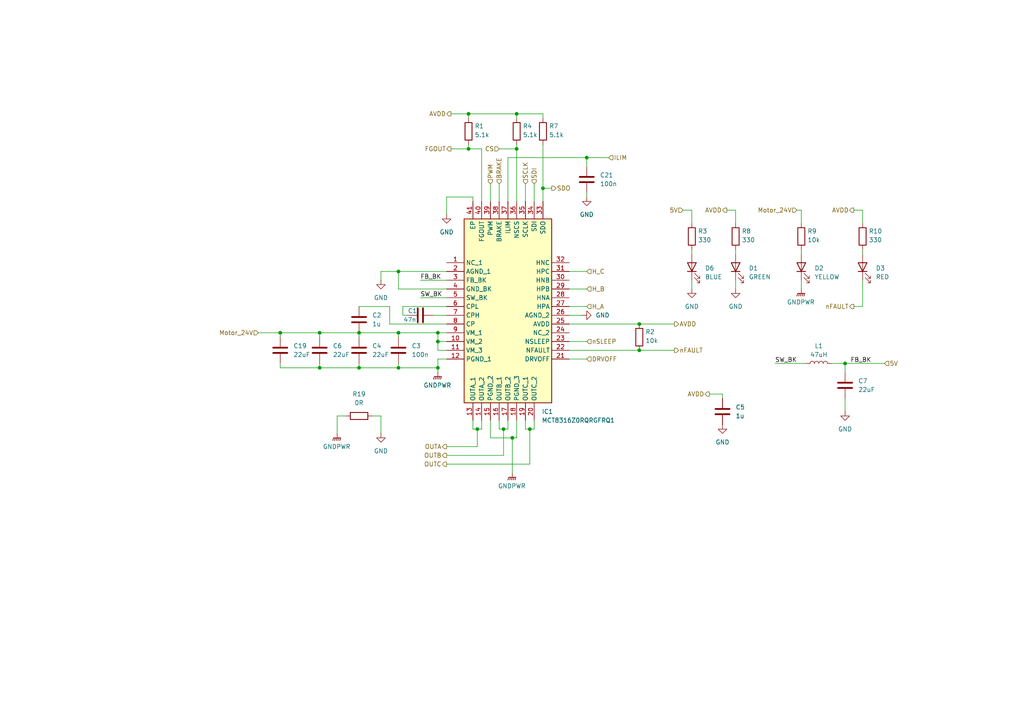
<source format=kicad_sch>
(kicad_sch (version 20231120) (generator "eeschema") (generator_version "8.0")
  (paper "A4")
  (lib_symbols
    (symbol "Device:C" (pin_numbers hide) (pin_names (offset 0.254))
      (property "Reference" "C" (at 0.635 2.54 0))
      (property "Value" "C" (at 0.635 -2.54 0))
      (symbol "C_0_1"
        (polyline (pts (xy -2.032 -0.762) (xy 2.032 -0.762)) (stroke (width 0.508)))
        (polyline (pts (xy -2.032 0.762) (xy 2.032 0.762)) (stroke (width 0.508)))
      )
      (symbol "C_1_1"
        (pin passive line (at 0 3.81 270) (length 2.794) (name "~") (number "1"))
        (pin passive line (at 0 -3.81 90) (length 2.794) (name "~") (number "2"))
      )
    )
    (symbol "Device:L" (pin_numbers hide) (pin_names (offset 1.016) hide)
      (property "Reference" "L" (at -1.27 0 90))
      (property "Value" "L" (at 1.905 0 90))
      (symbol "L_0_1"
        (arc (start 0 -2.54) (mid 0.6323 -1.905) (end 0 -1.27))
        (arc (start 0 -1.27) (mid 0.6323 -0.635) (end 0 0))
        (arc (start 0 0) (mid 0.6323 0.635) (end 0 1.27))
        (arc (start 0 1.27) (mid 0.6323 1.905) (end 0 2.54))
      )
      (symbol "L_1_1"
        (pin passive line (at 0 3.81 270) (length 1.27) (name "1") (number "1"))
        (pin passive line (at 0 -3.81 90) (length 1.27) (name "2") (number "2"))
      )
    )
    (symbol "Device:LED" (pin_numbers hide) (pin_names (offset 1.016) hide)
      (property "Reference" "D" (at 0 2.54 0))
      (property "Value" "LED" (at 0 -2.54 0))
      (symbol "LED_0_1"
        (polyline (pts (xy -1.27 -1.27) (xy -1.27 1.27)) (stroke (width 0.254)))
        (polyline (pts (xy -1.27 0) (xy 1.27 0)))
        (polyline (pts (xy 1.27 -1.27) (xy 1.27 1.27) (xy -1.27 0) (xy 1.27 -1.27)) (stroke (width 0.254)))
        (polyline (pts (xy -3.048 -0.762) (xy -4.572 -2.286) (xy -3.81 -2.286) (xy -4.572 -2.286) (xy -4.572 -1.524)))
        (polyline (pts (xy -1.778 -0.762) (xy -3.302 -2.286) (xy -2.54 -2.286) (xy -3.302 -2.286) (xy -3.302 -1.524)))
      )
      (symbol "LED_1_1"
        (pin passive line (at -3.81 0 0) (length 2.54) (name "K") (number "1"))
        (pin passive line (at 3.81 0 180) (length 2.54) (name "A") (number "2"))
      )
    )
    (symbol "Device:R" (pin_numbers hide) (pin_names (offset 0))
      (property "Reference" "R" (at 2.032 0 90))
      (property "Value" "R" (at 0 0 90))
      (symbol "R_0_1"
        (rectangle (start -1.016 -2.54) (end 1.016 2.54) (stroke (width 0.254)))
      )
      (symbol "R_1_1"
        (pin passive line (at 0 3.81 270) (length 1.27) (name "~") (number "1"))
        (pin passive line (at 0 -3.81 90) (length 1.27) (name "~") (number "2"))
      )
    )
    (symbol "RW_Imports:MCT8316Z0RQRGFRQ1"
      (property "Reference" "IC" (at 31.75 17.78 0))
      (property "Value" "MCT8316Z0RQRGFRQ1" (at 31.75 15.24 0))
      (symbol "MCT8316Z0RQRGFRQ1_1_1"
        (rectangle (start 5.08 12.7) (end 30.48 -40.64) (stroke (width 0.254)) (fill (type background)))
        (pin passive line (at 0 0 0) (length 5.08) (name "NC_1") (number "1"))
        (pin passive line (at 0 -22.86 0) (length 5.08) (name "VM_2") (number "10"))
        (pin passive line (at 0 -25.4 0) (length 5.08) (name "VM_3") (number "11"))
        (pin passive line (at 0 -27.94 0) (length 5.08) (name "PGND_1") (number "12"))
        (pin passive line (at 7.62 -45.72 90) (length 5.08) (name "OUTA_1") (number "13"))
        (pin passive line (at 10.16 -45.72 90) (length 5.08) (name "OUTA_2") (number "14"))
        (pin passive line (at 12.7 -45.72 90) (length 5.08) (name "PGND_2") (number "15"))
        (pin passive line (at 15.24 -45.72 90) (length 5.08) (name "OUTB_1") (number "16"))
        (pin passive line (at 17.78 -45.72 90) (length 5.08) (name "OUTB_2") (number "17"))
        (pin passive line (at 20.32 -45.72 90) (length 5.08) (name "PGND_3") (number "18"))
        (pin passive line (at 22.86 -45.72 90) (length 5.08) (name "OUTC_1") (number "19"))
        (pin passive line (at 0 -2.54 0) (length 5.08) (name "AGND_1") (number "2"))
        (pin passive line (at 25.4 -45.72 90) (length 5.08) (name "OUTC_2") (number "20"))
        (pin passive line (at 35.56 -27.94 180) (length 5.08) (name "DRVOFF") (number "21"))
        (pin passive line (at 35.56 -25.4 180) (length 5.08) (name "NFAULT") (number "22"))
        (pin passive line (at 35.56 -22.86 180) (length 5.08) (name "NSLEEP") (number "23"))
        (pin passive line (at 35.56 -20.32 180) (length 5.08) (name "NC_2") (number "24"))
        (pin passive line (at 35.56 -17.78 180) (length 5.08) (name "AVDD") (number "25"))
        (pin passive line (at 35.56 -15.24 180) (length 5.08) (name "AGND_2") (number "26"))
        (pin passive line (at 35.56 -12.7 180) (length 5.08) (name "HPA") (number "27"))
        (pin passive line (at 35.56 -10.16 180) (length 5.08) (name "HNA") (number "28"))
        (pin passive line (at 35.56 -7.62 180) (length 5.08) (name "HPB") (number "29"))
        (pin passive line (at 0 -5.08 0) (length 5.08) (name "FB_BK") (number "3"))
        (pin passive line (at 35.56 -5.08 180) (length 5.08) (name "HNB") (number "30"))
        (pin passive line (at 35.56 -2.54 180) (length 5.08) (name "HPC") (number "31"))
        (pin passive line (at 35.56 0 180) (length 5.08) (name "HNC") (number "32"))
        (pin passive line (at 27.94 17.78 270) (length 5.08) (name "SDO") (number "33"))
        (pin passive line (at 25.4 17.78 270) (length 5.08) (name "SDI") (number "34"))
        (pin passive line (at 22.86 17.78 270) (length 5.08) (name "SCLK") (number "35"))
        (pin passive line (at 20.32 17.78 270) (length 5.08) (name "NSCS") (number "36"))
        (pin passive line (at 17.78 17.78 270) (length 5.08) (name "ILIM") (number "37"))
        (pin passive line (at 15.24 17.78 270) (length 5.08) (name "BRAKE") (number "38"))
        (pin passive line (at 12.7 17.78 270) (length 5.08) (name "PWM") (number "39"))
        (pin passive line (at 0 -7.62 0) (length 5.08) (name "GND_BK") (number "4"))
        (pin passive line (at 10.16 17.78 270) (length 5.08) (name "FGOUT") (number "40"))
        (pin passive line (at 7.62 17.78 270) (length 5.08) (name "EP") (number "41"))
        (pin passive line (at 0 -10.16 0) (length 5.08) (name "SW_BK") (number "5"))
        (pin passive line (at 0 -12.7 0) (length 5.08) (name "CPL") (number "6"))
        (pin passive line (at 0 -15.24 0) (length 5.08) (name "CPH") (number "7"))
        (pin passive line (at 0 -17.78 0) (length 5.08) (name "CP") (number "8"))
        (pin passive line (at 0 -20.32 0) (length 5.08) (name "VM_1") (number "9"))
      )
    )
    (symbol "power:GND" (power) (pin_numbers hide) (pin_names (offset 0) hide)
      (property "Value" "GND" (at 0 -3.81 0))
      (symbol "GND_0_1"
        (polyline (pts (xy 0 0) (xy 0 -1.27) (xy 1.27 -1.27) (xy 0 -2.54) (xy -1.27 -1.27) (xy 0 -1.27)))
      )
      (symbol "GND_1_1"
        (pin power_in line (at 0 0 270) (length 0) (name "~") (number "1"))
      )
    )
    (symbol "power:GNDPWR" (power) (pin_numbers hide) (pin_names (offset 0) hide)
      (property "Value" "GNDPWR" (at 0 -3.302 0))
      (symbol "GNDPWR_0_1"
        (polyline (pts (xy 0 -1.27) (xy 0 0)))
        (polyline (pts (xy -1.016 -1.27) (xy -1.27 -2.032) (xy -1.27 -2.032)) (stroke (width 0.2032)))
        (polyline (pts (xy -0.508 -1.27) (xy -0.762 -2.032) (xy -0.762 -2.032)) (stroke (width 0.2032)))
        (polyline (pts (xy 0 -1.27) (xy -0.254 -2.032) (xy -0.254 -2.032)) (stroke (width 0.2032)))
        (polyline (pts (xy 0.508 -1.27) (xy 0.254 -2.032) (xy 0.254 -2.032)) (stroke (width 0.2032)))
        (polyline (pts (xy 1.016 -1.27) (xy -1.016 -1.27) (xy -1.016 -1.27)) (stroke (width 0.2032)))
        (polyline (pts (xy 1.016 -1.27) (xy 0.762 -2.032) (xy 0.762 -2.032) (xy 0.762 -2.032)) (stroke (width 0.2032)))
      )
      (symbol "GNDPWR_1_1"
        (pin power_in line (at 0 0 270) (length 0) (name "~") (number "1"))
      )
    )
  )
  (junction (at 135.89 43.18))
  (junction (at 185.42 101.6))
  (junction (at 115.57 78.74))
  (junction (at 104.14 106.68))
  (junction (at 92.71 96.52))
  (junction (at 115.57 96.52))
  (junction (at 149.86 33.02))
  (junction (at 92.71 106.68))
  (junction (at 127 96.52))
  (junction (at 115.57 106.68))
  (junction (at 104.14 96.52))
  (junction (at 127 106.68))
  (junction (at 135.89 33.02))
  (junction (at 157.48 54.61))
  (junction (at 149.86 43.18))
  (junction (at 185.42 93.98))
  (junction (at 148.59 127))
  (junction (at 153.67 124.46))
  (junction (at 146.05 124.46))
  (junction (at 127 99.06))
  (junction (at 170.18 45.72))
  (junction (at 81.28 96.52))
  (junction (at 245.11 105.41))
  (junction (at 138.43 124.46))
  (wire (pts (xy 135.89 41.91) (xy 135.89 43.18)))
  (wire (pts (xy 154.94 53.34) (xy 154.94 58.42)))
  (wire (pts (xy 165.1 83.82) (xy 170.18 83.82)))
  (wire (pts (xy 170.18 45.72) (xy 170.18 48.26)))
  (wire (pts (xy 149.86 33.02) (xy 135.89 33.02)))
  (wire (pts (xy 137.16 57.15) (xy 129.54 57.15)))
  (wire (pts (xy 115.57 105.41) (xy 115.57 106.68)))
  (wire (pts (xy 127 101.6) (xy 127 99.06)))
  (wire (pts (xy 115.57 83.82) (xy 129.54 83.82)))
  (wire (pts (xy 205.74 114.3) (xy 209.55 114.3)))
  (wire (pts (xy 135.89 43.18) (xy 139.7 43.18)))
  (wire (pts (xy 147.32 45.72) (xy 147.32 58.42)))
  (wire (pts (xy 92.71 106.68) (xy 104.14 106.68)))
  (wire (pts (xy 149.86 121.92) (xy 149.86 127)))
  (wire (pts (xy 74.93 96.52) (xy 81.28 96.52)))
  (wire (pts (xy 209.55 114.3) (xy 209.55 115.57)))
  (wire (pts (xy 245.11 115.57) (xy 245.11 119.38)))
  (wire (pts (xy 129.54 99.06) (xy 127 99.06)))
  (wire (pts (xy 129.54 129.54) (xy 138.43 129.54)))
  (wire (pts (xy 139.7 124.46) (xy 138.43 124.46)))
  (wire (pts (xy 170.18 45.72) (xy 147.32 45.72)))
  (wire (pts (xy 152.4 53.34) (xy 152.4 58.42)))
  (wire (pts (xy 135.89 33.02) (xy 135.89 34.29)))
  (wire (pts (xy 165.1 101.6) (xy 185.42 101.6)))
  (wire (pts (xy 138.43 124.46) (xy 137.16 124.46)))
  (wire (pts (xy 129.54 57.15) (xy 129.54 62.23)))
  (wire (pts (xy 104.14 105.41) (xy 104.14 106.68)))
  (wire (pts (xy 153.67 124.46) (xy 153.67 134.62)))
  (wire (pts (xy 110.49 78.74) (xy 110.49 81.28)))
  (wire (pts (xy 92.71 105.41) (xy 92.71 106.68)))
  (wire (pts (xy 250.19 64.77) (xy 250.19 60.96)))
  (wire (pts (xy 165.1 91.44) (xy 168.91 91.44)))
  (wire (pts (xy 231.14 60.96) (xy 232.41 60.96)))
  (wire (pts (xy 81.28 96.52) (xy 92.71 96.52)))
  (wire (pts (xy 165.1 104.14) (xy 170.18 104.14)))
  (wire (pts (xy 148.59 127) (xy 149.86 127)))
  (wire (pts (xy 213.36 64.77) (xy 213.36 60.96)))
  (wire (pts (xy 113.03 93.98) (xy 113.03 88.9)))
  (wire (pts (xy 200.66 64.77) (xy 200.66 60.96)))
  (wire (pts (xy 139.7 43.18) (xy 139.7 58.42)))
  (wire (pts (xy 130.81 43.18) (xy 135.89 43.18)))
  (wire (pts (xy 116.84 88.9) (xy 129.54 88.9)))
  (wire (pts (xy 116.84 91.44) (xy 116.84 88.9)))
  (wire (pts (xy 241.3 105.41) (xy 245.11 105.41)))
  (wire (pts (xy 97.79 120.65) (xy 100.33 120.65)))
  (wire (pts (xy 149.86 34.29) (xy 149.86 33.02)))
  (wire (pts (xy 144.78 53.34) (xy 144.78 58.42)))
  (wire (pts (xy 146.05 124.46) (xy 144.78 124.46)))
  (wire (pts (xy 104.14 96.52) (xy 104.14 97.79)))
  (wire (pts (xy 97.79 125.73) (xy 97.79 120.65)))
  (wire (pts (xy 247.65 88.9) (xy 250.19 88.9)))
  (wire (pts (xy 142.24 53.34) (xy 142.24 58.42)))
  (wire (pts (xy 104.14 106.68) (xy 115.57 106.68)))
  (wire (pts (xy 213.36 81.28) (xy 213.36 83.82)))
  (wire (pts (xy 147.32 124.46) (xy 146.05 124.46)))
  (wire (pts (xy 146.05 132.08) (xy 146.05 124.46)))
  (wire (pts (xy 137.16 58.42) (xy 137.16 57.15)))
  (wire (pts (xy 125.73 91.44) (xy 129.54 91.44)))
  (wire (pts (xy 115.57 96.52) (xy 115.57 97.79)))
  (wire (pts (xy 148.59 127) (xy 148.59 137.16)))
  (wire (pts (xy 137.16 124.46) (xy 137.16 121.92)))
  (wire (pts (xy 115.57 78.74) (xy 129.54 78.74)))
  (wire (pts (xy 232.41 60.96) (xy 232.41 64.77)))
  (wire (pts (xy 115.57 96.52) (xy 127 96.52)))
  (wire (pts (xy 250.19 60.96) (xy 247.65 60.96)))
  (wire (pts (xy 152.4 124.46) (xy 153.67 124.46)))
  (wire (pts (xy 129.54 101.6) (xy 127 101.6)))
  (wire (pts (xy 92.71 96.52) (xy 92.71 97.79)))
  (wire (pts (xy 245.11 105.41) (xy 245.11 107.95)))
  (wire (pts (xy 157.48 54.61) (xy 160.02 54.61)))
  (wire (pts (xy 139.7 121.92) (xy 139.7 124.46)))
  (wire (pts (xy 130.81 33.02) (xy 135.89 33.02)))
  (wire (pts (xy 81.28 105.41) (xy 81.28 106.68)))
  (wire (pts (xy 121.92 81.28) (xy 129.54 81.28)))
  (wire (pts (xy 142.24 127) (xy 148.59 127)))
  (wire (pts (xy 107.95 120.65) (xy 110.49 120.65)))
  (wire (pts (xy 144.78 43.18) (xy 149.86 43.18)))
  (wire (pts (xy 157.48 41.91) (xy 157.48 54.61)))
  (wire (pts (xy 200.66 72.39) (xy 200.66 73.66)))
  (wire (pts (xy 176.53 45.72) (xy 170.18 45.72)))
  (wire (pts (xy 153.67 124.46) (xy 154.94 124.46)))
  (wire (pts (xy 224.79 105.41) (xy 233.68 105.41)))
  (wire (pts (xy 129.54 132.08) (xy 146.05 132.08)))
  (wire (pts (xy 144.78 124.46) (xy 144.78 121.92)))
  (wire (pts (xy 127 107.95) (xy 127 106.68)))
  (wire (pts (xy 154.94 121.92) (xy 154.94 124.46)))
  (wire (pts (xy 149.86 43.18) (xy 149.86 58.42)))
  (wire (pts (xy 245.11 105.41) (xy 256.54 105.41)))
  (wire (pts (xy 115.57 106.68) (xy 127 106.68)))
  (wire (pts (xy 250.19 72.39) (xy 250.19 73.66)))
  (wire (pts (xy 127 96.52) (xy 129.54 96.52)))
  (wire (pts (xy 250.19 88.9) (xy 250.19 81.28)))
  (wire (pts (xy 165.1 78.74) (xy 170.18 78.74)))
  (wire (pts (xy 115.57 78.74) (xy 115.57 83.82)))
  (wire (pts (xy 147.32 121.92) (xy 147.32 124.46)))
  (wire (pts (xy 149.86 41.91) (xy 149.86 43.18)))
  (wire (pts (xy 165.1 88.9) (xy 170.18 88.9)))
  (wire (pts (xy 170.18 55.88) (xy 170.18 57.15)))
  (wire (pts (xy 213.36 72.39) (xy 213.36 73.66)))
  (wire (pts (xy 121.92 86.36) (xy 129.54 86.36)))
  (wire (pts (xy 104.14 96.52) (xy 115.57 96.52)))
  (wire (pts (xy 110.49 78.74) (xy 115.57 78.74)))
  (wire (pts (xy 138.43 129.54) (xy 138.43 124.46)))
  (wire (pts (xy 127 104.14) (xy 127 106.68)))
  (wire (pts (xy 118.11 91.44) (xy 116.84 91.44)))
  (wire (pts (xy 210.82 60.96) (xy 213.36 60.96)))
  (wire (pts (xy 129.54 93.98) (xy 113.03 93.98)))
  (wire (pts (xy 200.66 81.28) (xy 200.66 83.82)))
  (wire (pts (xy 185.42 93.98) (xy 195.58 93.98)))
  (wire (pts (xy 110.49 120.65) (xy 110.49 125.73)))
  (wire (pts (xy 127 104.14) (xy 129.54 104.14)))
  (wire (pts (xy 157.48 33.02) (xy 157.48 34.29)))
  (wire (pts (xy 232.41 72.39) (xy 232.41 73.66)))
  (wire (pts (xy 81.28 96.52) (xy 81.28 97.79)))
  (wire (pts (xy 232.41 81.28) (xy 232.41 83.82)))
  (wire (pts (xy 142.24 121.92) (xy 142.24 127)))
  (wire (pts (xy 92.71 96.52) (xy 104.14 96.52)))
  (wire (pts (xy 198.12 60.96) (xy 200.66 60.96)))
  (wire (pts (xy 157.48 33.02) (xy 149.86 33.02)))
  (wire (pts (xy 81.28 106.68) (xy 92.71 106.68)))
  (wire (pts (xy 185.42 101.6) (xy 195.58 101.6)))
  (wire (pts (xy 157.48 54.61) (xy 157.48 58.42)))
  (wire (pts (xy 113.03 88.9) (xy 104.14 88.9)))
  (wire (pts (xy 165.1 93.98) (xy 185.42 93.98)))
  (wire (pts (xy 153.67 134.62) (xy 129.54 134.62)))
  (wire (pts (xy 165.1 99.06) (xy 170.18 99.06)))
  (wire (pts (xy 127 99.06) (xy 127 96.52)))
  (wire (pts (xy 152.4 121.92) (xy 152.4 124.46)))
  (label "FB_BK" (at 121.92 81.28 0))
  (label "SW_BK" (at 224.79 105.41 0))
  (label "SW_BK" (at 121.92 86.36 0))
  (label "FB_BK" (at 252.73 105.41 180))
  (hierarchical_label "5V" (shape input) (at 198.12 60.96 180))
  (hierarchical_label "AVDD" (shape output) (at 205.74 114.3 180))
  (hierarchical_label "H_A" (shape input) (at 170.18 88.9 0))
  (hierarchical_label "CS" (shape input) (at 144.78 43.18 180))
  (hierarchical_label "BRAKE" (shape input) (at 144.78 53.34 90))
  (hierarchical_label "SDO" (shape output) (at 160.02 54.61 0))
  (hierarchical_label "Motor_24V" (shape input) (at 74.93 96.52 180))
  (hierarchical_label "FGOUT" (shape output) (at 130.81 43.18 180))
  (hierarchical_label "ILIM" (shape input) (at 176.53 45.72 0))
  (hierarchical_label "nFAULT" (shape output) (at 247.65 88.9 180))
  (hierarchical_label "OUTB" (shape output) (at 129.54 132.08 180))
  (hierarchical_label "SCLK" (shape input) (at 152.4 53.34 90))
  (hierarchical_label "H_B" (shape input) (at 170.18 83.82 0))
  (hierarchical_label "nFAULT" (shape output) (at 195.58 101.6 0))
  (hierarchical_label "5V" (shape input) (at 256.54 105.41 0))
  (hierarchical_label "PWM" (shape input) (at 142.24 53.34 90))
  (hierarchical_label "AVDD" (shape output) (at 247.65 60.96 180))
  (hierarchical_label "OUTC" (shape output) (at 129.54 134.62 180))
  (hierarchical_label "H_C" (shape input) (at 170.18 78.74 0))
  (hierarchical_label "AVDD" (shape output) (at 195.58 93.98 0))
  (hierarchical_label "DRVOFF" (shape input) (at 170.18 104.14 0))
  (hierarchical_label "nSLEEP" (shape input) (at 170.18 99.06 0))
  (hierarchical_label "AVDD" (shape output) (at 210.82 60.96 180))
  (hierarchical_label "AVDD" (shape output) (at 130.81 33.02 180))
  (hierarchical_label "Motor_24V" (shape input) (at 231.14 60.96 180))
  (hierarchical_label "OUTA" (shape output) (at 129.54 129.54 180))
  (hierarchical_label "SDI" (shape input) (at 154.94 53.34 90))
  (symbol (lib_id "Device:R") (at 149.86 38.1 0) (unit 1)
    (property "Reference" "R4" (at 151.638 36.576 0) (effects (justify left)))
    (property "Value" "5.1k" (at 151.638 39.116 0) (effects (justify left)))
    (property "Footprint" "Resistor_SMD:R_0402_1005Metric" (effects (hide yes)))
    (property "Description" "Resistor" (effects (hide yes)))
  )
  (symbol (lib_id "Device:LED") (at 213.36 77.47 90) (unit 1)
    (property "Reference" "D1" (at 217.17 77.7874 90) (effects (justify right)))
    (property "Value" "GREEN" (at 217.17 80.3274 90) (effects (justify right)))
    (property "Footprint" "LED_SMD:LED_0603_1608Metric" (effects (hide yes)))
    (property "Description" "Light emitting diode" (effects (hide yes)))
  )
  (symbol (lib_id "power:GND") (at 245.11 119.38 0) (unit 1)
    (property "Reference" "#PWR09" (effects (hide yes)))
    (property "Value" "GND" (at 245.11 124.46 0))
    (property "Description" "Power symbol creates a global label with name \"GND\" , ground" (effects (hide yes)))
  )
  (symbol (lib_id "Device:C") (at 104.14 92.71 0) (unit 1)
    (property "Reference" "C2" (at 107.95 91.4399 0) (effects (justify left)))
    (property "Value" "1u" (at 107.95 93.9799 0) (effects (justify left)))
    (property "Footprint" "Capacitor_SMD:C_0402_1005Metric" (effects (hide yes)))
    (property "Description" "Unpolarized capacitor" (effects (hide yes)))
    (property "Voltage rating" "30V" (effects (hide yes)))
  )
  (symbol (lib_id "Device:C") (at 245.11 111.76 0) (unit 1)
    (property "Reference" "C7" (at 248.92 110.4899 0) (effects (justify left)))
    (property "Value" "22uF" (at 248.92 113.0299 0) (effects (justify left)))
    (property "Footprint" "Capacitor_SMD:C_0402_1005Metric" (effects (hide yes)))
    (property "Description" "Unpolarized capacitor" (effects (hide yes)))
    (property "Voltage rating" "30V" (effects (hide yes)))
  )
  (symbol (lib_id "Device:C") (at 104.14 101.6 0) (unit 1)
    (property "Reference" "C4" (at 107.95 100.3299 0) (effects (justify left)))
    (property "Value" "22uF" (at 107.95 102.8699 0) (effects (justify left)))
    (property "Footprint" "Capacitor_SMD:C_0805_2012Metric" (effects (hide yes)))
    (property "Description" "Unpolarized capacitor" (effects (hide yes)))
    (property "Voltage rating" "35V" (effects (hide yes)))
  )
  (symbol (lib_id "power:GNDPWR") (at 148.59 137.16 0) (unit 1)
    (property "Reference" "#PWR03" (effects (hide yes)))
    (property "Value" "GNDPWR" (at 148.463 140.97 0))
    (property "Description" "Power symbol creates a global label with name \"GNDPWR\" , global ground" (effects (hide yes)))
  )
  (symbol (lib_id "Device:R") (at 135.89 38.1 0) (unit 1)
    (property "Reference" "R1" (at 137.668 36.576 0) (effects (justify left)))
    (property "Value" "5.1k" (at 137.668 39.116 0) (effects (justify left)))
    (property "Footprint" "Resistor_SMD:R_0402_1005Metric" (effects (hide yes)))
    (property "Description" "Resistor" (effects (hide yes)))
  )
  (symbol (lib_id "power:GND") (at 200.66 83.82 0) (unit 1)
    (property "Reference" "#PWR031" (effects (hide yes)))
    (property "Value" "GND" (at 200.66 88.9 0))
    (property "Description" "Power symbol creates a global label with name \"GND\" , ground" (effects (hide yes)))
  )
  (symbol (lib_id "power:GND") (at 213.36 83.82 0) (unit 1)
    (property "Reference" "#PWR011" (effects (hide yes)))
    (property "Value" "GND" (at 213.36 88.9 0))
    (property "Description" "Power symbol creates a global label with name \"GND\" , ground" (effects (hide yes)))
  )
  (symbol (lib_id "Device:C") (at 115.57 101.6 0) (unit 1)
    (property "Reference" "C3" (at 119.38 100.3299 0) (effects (justify left)))
    (property "Value" "100n" (at 119.38 102.8699 0) (effects (justify left)))
    (property "Footprint" "Capacitor_SMD:C_0402_1005Metric" (effects (hide yes)))
    (property "Description" "Unpolarized capacitor" (effects (hide yes)))
    (property "Voltage rating" "30V" (effects (hide yes)))
  )
  (symbol (lib_id "Device:R") (at 104.14 120.65 90) (unit 1)
    (property "Reference" "R19" (at 104.14 114.3 90))
    (property "Value" "0R" (at 104.14 116.84 90))
    (property "Footprint" "Capacitor_SMD:C_0201_0603Metric" (effects (hide yes)))
    (property "Description" "Resistor" (effects (hide yes)))
  )
  (symbol (lib_id "power:GND") (at 129.54 62.23 0) (unit 1)
    (property "Reference" "#PWR05" (effects (hide yes)))
    (property "Value" "GND" (at 129.54 67.31 0))
    (property "Description" "Power symbol creates a global label with name \"GND\" , ground" (effects (hide yes)))
  )
  (symbol (lib_id "RW_Imports:MCT8316Z0RQRGFRQ1") (at 129.54 76.2 0) (unit 1)
    (property "Reference" "IC1" (at 157.1341 119.38 0) (effects (justify left)))
    (property "Value" "MCT8316Z0RQRGFRQ1" (at 157.1341 121.92 0) (effects (justify left)))
    (property "Footprint" "QFN50P500X700X100-41N-D" (effects (hide yes)))
    (property "Datasheet" "https://www.ti.com/lit/ds/symlink/mct8316z-q1.pdf?ts=1673673589164&ref_url=https%253A%252F%252Fwww.google.com%252F" (effects (hide yes)))
    (property "Description" "Motor / Motion / Ignition Controllers & Drivers Automotive 40-V max, 8-A peak, sensored trapezoidal control 3-phase BLDC motor driver" (effects (hide yes)))
    (property "Height" "1" (effects (hide yes)))
    (property "Mouser Part Number" "595-CT8316Z0RQRGFRQ1" (effects (hide yes)))
    (property "Mouser Price/Stock" "https://www.mouser.co.uk/ProductDetail/Texas-Instruments/MCT8316Z0RQRGFRQ1?qs=doiCPypUmgGDEMfnQw92bQ%3D%3D" (effects (hide yes)))
    (property "Manufacturer_Name" "Texas Instruments" (effects (hide yes)))
    (property "Manufacturer_Part_Number" "MCT8316Z0RQRGFRQ1" (effects (hide yes)))
  )
  (symbol (lib_id "Device:R") (at 185.42 97.79 0) (unit 1)
    (property "Reference" "R2" (at 187.198 96.266 0) (effects (justify left)))
    (property "Value" "10k" (at 187.198 98.806 0) (effects (justify left)))
    (property "Footprint" "Resistor_SMD:R_0402_1005Metric" (effects (hide yes)))
    (property "Description" "Resistor" (effects (hide yes)))
  )
  (symbol (lib_id "power:GND") (at 209.55 123.19 0) (unit 1)
    (property "Reference" "#PWR07" (effects (hide yes)))
    (property "Value" "GND" (at 209.55 128.27 0))
    (property "Description" "Power symbol creates a global label with name \"GND\" , ground" (effects (hide yes)))
  )
  (symbol (lib_id "power:GNDPWR") (at 232.41 83.82 0) (unit 1)
    (property "Reference" "#PWR010" (effects (hide yes)))
    (property "Value" "GNDPWR" (at 232.283 87.63 0))
    (property "Description" "Power symbol creates a global label with name \"GNDPWR\" , global ground" (effects (hide yes)))
  )
  (symbol (lib_id "power:GND") (at 170.18 57.15 0) (unit 1)
    (property "Reference" "#PWR08" (effects (hide yes)))
    (property "Value" "GND" (at 170.18 62.23 0))
    (property "Description" "Power symbol creates a global label with name \"GND\" , ground" (effects (hide yes)))
  )
  (symbol (lib_id "Device:R") (at 200.66 68.58 0) (unit 1)
    (property "Reference" "R3" (at 202.438 67.056 0) (effects (justify left)))
    (property "Value" "330" (at 202.438 69.596 0) (effects (justify left)))
    (property "Footprint" "Resistor_SMD:R_0402_1005Metric" (effects (hide yes)))
    (property "Description" "Resistor" (effects (hide yes)))
  )
  (symbol (lib_id "Device:LED") (at 232.41 77.47 90) (unit 1)
    (property "Reference" "D2" (at 236.22 77.7874 90) (effects (justify right)))
    (property "Value" "YELLOW" (at 236.22 80.3274 90) (effects (justify right)))
    (property "Footprint" "LED_SMD:LED_0603_1608Metric" (effects (hide yes)))
    (property "Description" "Light emitting diode" (effects (hide yes)))
  )
  (symbol (lib_id "power:GND") (at 168.91 91.44 90) (unit 1)
    (property "Reference" "#PWR01" (effects (hide yes)))
    (property "Value" "GND" (at 172.72 91.4399 90) (effects (justify right)))
    (property "Description" "Power symbol creates a global label with name \"GND\" , ground" (effects (hide yes)))
  )
  (symbol (lib_id "Device:C") (at 170.18 52.07 0) (unit 1)
    (property "Reference" "C21" (at 173.99 50.7999 0) (effects (justify left)))
    (property "Value" "100n" (at 173.99 53.3399 0) (effects (justify left)))
    (property "Footprint" "Capacitor_SMD:C_0402_1005Metric" (effects (hide yes)))
    (property "Description" "Unpolarized capacitor" (effects (hide yes)))
    (property "Voltage rating" "30V" (effects (hide yes)))
  )
  (symbol (lib_id "Device:C") (at 92.71 101.6 0) (unit 1)
    (property "Reference" "C6" (at 96.52 100.3299 0) (effects (justify left)))
    (property "Value" "22uF" (at 96.52 102.8699 0) (effects (justify left)))
    (property "Footprint" "Capacitor_SMD:C_0805_2012Metric" (effects (hide yes)))
    (property "Description" "Unpolarized capacitor" (effects (hide yes)))
    (property "Voltage rating" "35V" (effects (hide yes)))
  )
  (symbol (lib_id "Device:R") (at 250.19 68.58 0) (unit 1)
    (property "Reference" "R10" (at 251.968 67.056 0) (effects (justify left)))
    (property "Value" "330" (at 251.968 69.596 0) (effects (justify left)))
    (property "Footprint" "Resistor_SMD:R_0402_1005Metric" (effects (hide yes)))
    (property "Description" "Resistor" (effects (hide yes)))
  )
  (symbol (lib_id "power:GND") (at 110.49 81.28 0) (unit 1)
    (property "Reference" "#PWR06" (effects (hide yes)))
    (property "Value" "GND" (at 110.49 86.36 0))
    (property "Description" "Power symbol creates a global label with name \"GND\" , ground" (effects (hide yes)))
  )
  (symbol (lib_id "Device:C") (at 209.55 119.38 0) (unit 1)
    (property "Reference" "C5" (at 213.36 118.1099 0) (effects (justify left)))
    (property "Value" "1u" (at 213.36 120.6499 0) (effects (justify left)))
    (property "Footprint" "Capacitor_SMD:C_0402_1005Metric" (effects (hide yes)))
    (property "Description" "Unpolarized capacitor" (effects (hide yes)))
    (property "Voltage rating" "30V" (effects (hide yes)))
  )
  (symbol (lib_id "Device:C") (at 81.28 101.6 0) (unit 1)
    (property "Reference" "C19" (at 85.09 100.3299 0) (effects (justify left)))
    (property "Value" "22uF" (at 85.09 102.8699 0) (effects (justify left)))
    (property "Footprint" "Capacitor_SMD:C_0805_2012Metric" (effects (hide yes)))
    (property "Description" "Unpolarized capacitor" (effects (hide yes)))
    (property "Voltage rating" "35V" (effects (hide yes)))
  )
  (symbol (lib_id "power:GNDPWR") (at 127 107.95 0) (unit 1)
    (property "Reference" "#PWR02" (effects (hide yes)))
    (property "Value" "GNDPWR" (at 126.873 111.76 0))
    (property "Description" "Power symbol creates a global label with name \"GNDPWR\" , global ground" (effects (hide yes)))
  )
  (symbol (lib_id "Device:LED") (at 250.19 77.47 90) (unit 1)
    (property "Reference" "D3" (at 254 77.7874 90) (effects (justify right)))
    (property "Value" "RED" (at 254 80.3274 90) (effects (justify right)))
    (property "Footprint" "LED_SMD:LED_0603_1608Metric" (effects (hide yes)))
    (property "Description" "Light emitting diode" (effects (hide yes)))
  )
  (symbol (lib_id "Device:L") (at 237.49 105.41 90) (unit 1)
    (property "Reference" "L1" (at 237.49 100.33 90))
    (property "Value" "47uH" (at 237.49 102.87 90))
    (property "Footprint" "Inductor_SMD:L_1210_3225Metric" (effects (hide yes)))
    (property "Description" "Inductor" (effects (hide yes)))
  )
  (symbol (lib_id "Device:R") (at 157.48 38.1 0) (unit 1)
    (property "Reference" "R7" (at 159.258 36.576 0) (effects (justify left)))
    (property "Value" "5.1k" (at 159.258 39.116 0) (effects (justify left)))
    (property "Footprint" "Resistor_SMD:R_0402_1005Metric" (effects (hide yes)))
    (property "Description" "Resistor" (effects (hide yes)))
  )
  (symbol (lib_id "power:GNDPWR") (at 97.79 125.73 0) (unit 1)
    (property "Reference" "#PWR029" (effects (hide yes)))
    (property "Value" "GNDPWR" (at 97.663 129.54 0))
    (property "Description" "Power symbol creates a global label with name \"GNDPWR\" , global ground" (effects (hide yes)))
  )
  (symbol (lib_id "Device:R") (at 213.36 68.58 0) (unit 1)
    (property "Reference" "R8" (at 215.138 67.056 0) (effects (justify left)))
    (property "Value" "330" (at 215.138 69.596 0) (effects (justify left)))
    (property "Footprint" "Resistor_SMD:R_0402_1005Metric" (effects (hide yes)))
    (property "Description" "Resistor" (effects (hide yes)))
  )
  (symbol (lib_id "Device:R") (at 232.41 68.58 0) (unit 1)
    (property "Reference" "R9" (at 234.188 67.056 0) (effects (justify left)))
    (property "Value" "10k" (at 234.188 69.596 0) (effects (justify left)))
    (property "Footprint" "Resistor_SMD:R_0402_1005Metric" (effects (hide yes)))
    (property "Description" "Resistor" (effects (hide yes)))
  )
  (symbol (lib_id "Device:LED") (at 200.66 77.47 90) (unit 1)
    (property "Reference" "D6" (at 204.47 77.7874 90) (effects (justify right)))
    (property "Value" "BLUE" (at 204.47 80.3274 90) (effects (justify right)))
    (property "Footprint" "LED_SMD:LED_0603_1608Metric" (effects (hide yes)))
    (property "Description" "Light emitting diode" (effects (hide yes)))
  )
  (symbol (lib_id "power:GND") (at 110.49 125.73 0) (unit 1)
    (property "Reference" "#PWR030" (effects (hide yes)))
    (property "Value" "GND" (at 110.49 130.81 0))
    (property "Description" "Power symbol creates a global label with name \"GND\" , ground" (effects (hide yes)))
  )
  (symbol (lib_id "Device:C") (at 121.92 91.44 90) (unit 1)
    (property "Reference" "C1" (at 119.634 90.17 90))
    (property "Value" "47n" (at 118.872 92.71 90))
    (property "Footprint" "Capacitor_SMD:C_0402_1005Metric" (effects (hide yes)))
    (property "Description" "Unpolarized capacitor" (effects (hide yes)))
    (property "Voltage Rating" "30V" (effects (hide yes)))
  )
)
</source>
